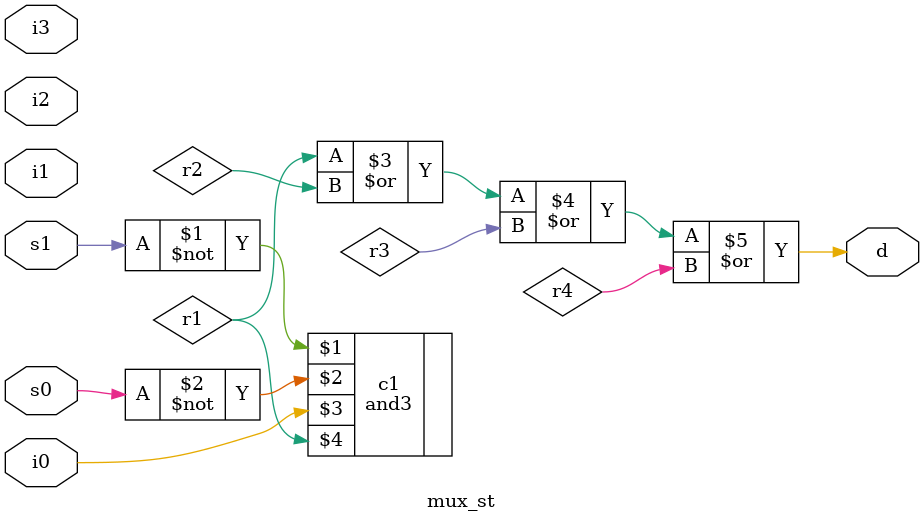
<source format=v>
`timescale 1ns / 1ps

module mux_st(

// Ports I/O 
input wire s1, 
input wire s0, 
input wire i0, 
input wire i1, 
input wire i2, 
input wire i3, 
output wire d 
);

// Intermedia ANDs 

wire   r1, r2, r3, r4 ; 

and3 c1 ( ~s1,~s0,  i0,  r1 ) ;
// your code here

assign d = r1 | r2 | r3 | r4 ; 

endmodule

</source>
